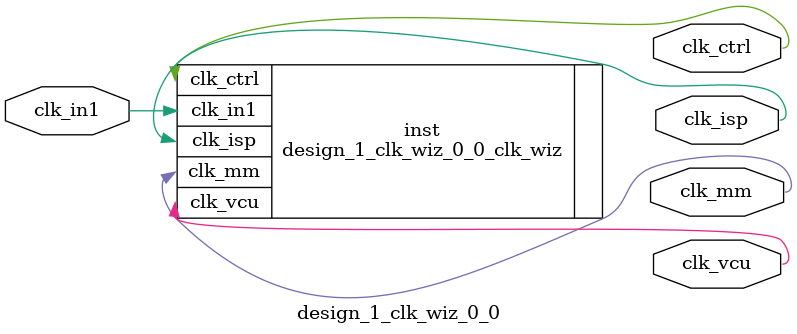
<source format=v>


`timescale 1ps/1ps

(* CORE_GENERATION_INFO = "design_1_clk_wiz_0_0,clk_wiz_v6_0_10_0_0,{component_name=design_1_clk_wiz_0_0,use_phase_alignment=false,use_min_o_jitter=false,use_max_i_jitter=false,use_dyn_phase_shift=false,use_inclk_switchover=false,use_dyn_reconfig=false,enable_axi=0,feedback_source=FDBK_AUTO,PRIMITIVE=MMCM,num_out_clk=4,clkin1_period=10.000,clkin2_period=10.000,use_power_down=false,use_reset=false,use_locked=false,use_inclk_stopped=false,feedback_type=SINGLE,CLOCK_MGR_TYPE=NA,manual_override=false}" *)

module design_1_clk_wiz_0_0 
 (
  // Clock out ports
  output        clk_ctrl,
  output        clk_mm,
  output        clk_isp,
  output        clk_vcu,
 // Clock in ports
  input         clk_in1
 );

  design_1_clk_wiz_0_0_clk_wiz inst
  (
  // Clock out ports  
  .clk_ctrl(clk_ctrl),
  .clk_mm(clk_mm),
  .clk_isp(clk_isp),
  .clk_vcu(clk_vcu),
 // Clock in ports
  .clk_in1(clk_in1)
  );

endmodule

</source>
